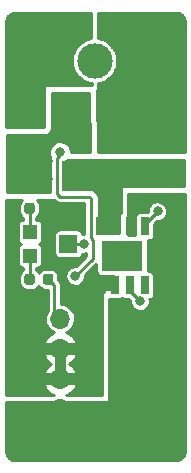
<source format=gbr>
%TF.GenerationSoftware,KiCad,Pcbnew,5.99.0-unknown-ad88874~101~ubuntu20.04.1*%
%TF.CreationDate,2020-05-19T22:39:20-04:00*%
%TF.ProjectId,headlights,68656164-6c69-4676-9874-732e6b696361,rev?*%
%TF.SameCoordinates,Original*%
%TF.FileFunction,Copper,L1,Top*%
%TF.FilePolarity,Positive*%
%FSLAX46Y46*%
G04 Gerber Fmt 4.6, Leading zero omitted, Abs format (unit mm)*
G04 Created by KiCad (PCBNEW 5.99.0-unknown-ad88874~101~ubuntu20.04.1) date 2020-05-19 22:39:20*
%MOMM*%
%LPD*%
G01*
G04 APERTURE LIST*
%TA.AperFunction,ComponentPad*%
%ADD10O,1.700000X1.700000*%
%TD*%
%TA.AperFunction,ComponentPad*%
%ADD11R,1.700000X1.700000*%
%TD*%
%TA.AperFunction,SMDPad,CuDef*%
%ADD12R,3.502000X2.613000*%
%TD*%
%TA.AperFunction,SMDPad,CuDef*%
%ADD13R,0.802000X1.505000*%
%TD*%
%TA.AperFunction,ComponentPad*%
%ADD14C,3.000000*%
%TD*%
%TA.AperFunction,ComponentPad*%
%ADD15R,3.000000X3.000000*%
%TD*%
%TA.AperFunction,SMDPad,CuDef*%
%ADD16R,1.500000X1.600000*%
%TD*%
%TA.AperFunction,SMDPad,CuDef*%
%ADD17R,1.200000X1.200000*%
%TD*%
%TA.AperFunction,SMDPad,CuDef*%
%ADD18R,1.800000X2.500000*%
%TD*%
%TA.AperFunction,ViaPad*%
%ADD19C,0.800000*%
%TD*%
%TA.AperFunction,Conductor*%
%ADD20C,0.250000*%
%TD*%
%TA.AperFunction,Conductor*%
%ADD21C,0.254000*%
%TD*%
G04 APERTURE END LIST*
D10*
%TO.P,J2,5,Pin_5*%
%TO.N,/ON*%
X113000000Y-76840000D03*
%TO.P,J2,4,Pin_4*%
%TO.N,GND*%
X113000000Y-79380000D03*
%TO.P,J2,3,Pin_3*%
X113000000Y-81920000D03*
%TO.P,J2,2,Pin_2*%
%TO.N,+5V*%
X113000000Y-84460000D03*
D11*
%TO.P,J2,1,Pin_1*%
X113000000Y-87000000D03*
%TD*%
D12*
%TO.P,U2,9,THERM*%
%TO.N,Net-(U2-Pad9)*%
X118250000Y-71500000D03*
D13*
%TO.P,U2,7,SW*%
%TO.N,Net-(D1-Pad2)*%
X116345000Y-69002500D03*
X117615000Y-69002500D03*
%TO.P,U2,6,VIN*%
%TO.N,+5V*%
X118885000Y-69002500D03*
%TO.P,U2,5,CTRL*%
%TO.N,Net-(RV1-Pad2)*%
X120155000Y-69002500D03*
%TO.P,U2,4*%
%TO.N,N/C*%
X120155000Y-73997500D03*
%TO.P,U2,3,SET*%
%TO.N,Net-(J1-Pad3)*%
X118885000Y-73997500D03*
%TO.P,U2,1,GND*%
%TO.N,GND*%
X117615000Y-73997500D03*
X116345000Y-73997500D03*
%TD*%
D14*
%TO.P,J1,3,Pin_3*%
%TO.N,Net-(J1-Pad3)*%
X110840000Y-55000000D03*
%TO.P,J1,2,Pin_2*%
%TO.N,Net-(J1-Pad2)*%
X115920000Y-55000000D03*
D15*
%TO.P,J1,1,Pin_1*%
%TO.N,Net-(J1-Pad1)*%
X121000000Y-55000000D03*
%TD*%
D16*
%TO.P,RV1,2,2*%
%TO.N,Net-(RV1-Pad2)*%
X113700000Y-70500000D03*
D17*
%TO.P,RV1,3,3*%
%TO.N,Net-(R2-Pad2)*%
X110450000Y-71500000D03*
%TO.P,RV1,1,1*%
%TO.N,Net-(R3-Pad1)*%
X110450000Y-69500000D03*
%TD*%
%TO.P,R3,2*%
%TO.N,GND*%
%TA.AperFunction,SMDPad,CuDef*%
G36*
G01*
X111550000Y-67756250D02*
X111550000Y-67243750D01*
G75*
G02*
X111768750Y-67025000I218750J0D01*
G01*
X112206250Y-67025000D01*
G75*
G02*
X112425000Y-67243750I0J-218750D01*
G01*
X112425000Y-67756250D01*
G75*
G02*
X112206250Y-67975000I-218750J0D01*
G01*
X111768750Y-67975000D01*
G75*
G02*
X111550000Y-67756250I0J218750D01*
G01*
G37*
%TD.AperFunction*%
%TO.P,R3,1*%
%TO.N,Net-(R3-Pad1)*%
%TA.AperFunction,SMDPad,CuDef*%
G36*
G01*
X109975000Y-67756250D02*
X109975000Y-67243750D01*
G75*
G02*
X110193750Y-67025000I218750J0D01*
G01*
X110631250Y-67025000D01*
G75*
G02*
X110850000Y-67243750I0J-218750D01*
G01*
X110850000Y-67756250D01*
G75*
G02*
X110631250Y-67975000I-218750J0D01*
G01*
X110193750Y-67975000D01*
G75*
G02*
X109975000Y-67756250I0J218750D01*
G01*
G37*
%TD.AperFunction*%
%TD*%
%TO.P,R2,2*%
%TO.N,Net-(R2-Pad2)*%
%TA.AperFunction,SMDPad,CuDef*%
G36*
G01*
X110850000Y-73243750D02*
X110850000Y-73756250D01*
G75*
G02*
X110631250Y-73975000I-218750J0D01*
G01*
X110193750Y-73975000D01*
G75*
G02*
X109975000Y-73756250I0J218750D01*
G01*
X109975000Y-73243750D01*
G75*
G02*
X110193750Y-73025000I218750J0D01*
G01*
X110631250Y-73025000D01*
G75*
G02*
X110850000Y-73243750I0J-218750D01*
G01*
G37*
%TD.AperFunction*%
%TO.P,R2,1*%
%TO.N,/ON*%
%TA.AperFunction,SMDPad,CuDef*%
G36*
G01*
X112425000Y-73243750D02*
X112425000Y-73756250D01*
G75*
G02*
X112206250Y-73975000I-218750J0D01*
G01*
X111768750Y-73975000D01*
G75*
G02*
X111550000Y-73756250I0J218750D01*
G01*
X111550000Y-73243750D01*
G75*
G02*
X111768750Y-73025000I218750J0D01*
G01*
X112206250Y-73025000D01*
G75*
G02*
X112425000Y-73243750I0J-218750D01*
G01*
G37*
%TD.AperFunction*%
%TD*%
%TO.P,R1,2*%
%TO.N,Net-(J1-Pad3)*%
%TA.AperFunction,SMDPad,CuDef*%
G36*
G01*
X110625000Y-60625000D02*
X109375000Y-60625000D01*
G75*
G02*
X109125000Y-60375000I0J250000D01*
G01*
X109125000Y-59625000D01*
G75*
G02*
X109375000Y-59375000I250000J0D01*
G01*
X110625000Y-59375000D01*
G75*
G02*
X110875000Y-59625000I0J-250000D01*
G01*
X110875000Y-60375000D01*
G75*
G02*
X110625000Y-60625000I-250000J0D01*
G01*
G37*
%TD.AperFunction*%
%TO.P,R1,1*%
%TO.N,+5V*%
%TA.AperFunction,SMDPad,CuDef*%
G36*
G01*
X110625000Y-63425000D02*
X109375000Y-63425000D01*
G75*
G02*
X109125000Y-63175000I0J250000D01*
G01*
X109125000Y-62425000D01*
G75*
G02*
X109375000Y-62175000I250000J0D01*
G01*
X110625000Y-62175000D01*
G75*
G02*
X110875000Y-62425000I0J-250000D01*
G01*
X110875000Y-63175000D01*
G75*
G02*
X110625000Y-63425000I-250000J0D01*
G01*
G37*
%TD.AperFunction*%
%TD*%
%TA.AperFunction,SMDPad,CuDef*%
%TO.P,L1,2,2*%
%TO.N,Net-(J1-Pad1)*%
G36*
X122250000Y-61537500D02*
G01*
X121460000Y-61537500D01*
X120040000Y-60325000D01*
X118460000Y-60325000D01*
X117040000Y-61537500D01*
X116250000Y-61537500D01*
X116250000Y-59537500D01*
X122250000Y-59537500D01*
X122250000Y-61537500D01*
G37*
%TD.AperFunction*%
%TA.AperFunction,SMDPad,CuDef*%
%TO.P,L1,1,1*%
%TO.N,Net-(D1-Pad2)*%
G36*
X116250000Y-63537500D02*
G01*
X117040000Y-63537500D01*
X118460001Y-64750000D01*
X120040000Y-64750001D01*
X121460000Y-63537501D01*
X122250000Y-63537501D01*
X122250000Y-65537500D01*
X116250000Y-65537499D01*
X116250000Y-63537500D01*
G37*
%TD.AperFunction*%
%TD*%
D18*
%TO.P,D1,2,A*%
%TO.N,Net-(D1-Pad2)*%
X114000000Y-64750000D03*
%TO.P,D1,1,K*%
%TO.N,+5V*%
X114000000Y-60750000D03*
%TD*%
D19*
%TO.N,Net-(J1-Pad3)*%
X113000000Y-62750000D03*
X119749201Y-75349983D03*
%TO.N,Net-(U2-Pad9)*%
X119500000Y-72250000D03*
X119500000Y-70750000D03*
X117000000Y-70750000D03*
X117000000Y-72250000D03*
%TO.N,+5V*%
X122750000Y-66750000D03*
X120250000Y-66750000D03*
X119250000Y-66750000D03*
%TO.N,Net-(RV1-Pad2)*%
X121250000Y-67750000D03*
%TO.N,+5V*%
X110800000Y-65800000D03*
X109200000Y-65800000D03*
%TO.N,Net-(J1-Pad3)*%
X114274999Y-73225001D03*
%TO.N,+5V*%
X115000000Y-58500000D03*
X113000000Y-58500000D03*
X111200000Y-64200000D03*
X112000000Y-65000000D03*
X112000000Y-63500000D03*
X112000000Y-62000000D03*
%TO.N,Net-(RV1-Pad2)*%
X115000000Y-70500000D03*
%TD*%
D20*
%TO.N,/ON*%
X112500000Y-77250000D02*
X112500000Y-74012500D01*
X112500000Y-74012500D02*
X111987500Y-73500000D01*
%TO.N,Net-(J1-Pad3)*%
X113014998Y-62764998D02*
X113000000Y-62750000D01*
X113014998Y-63000000D02*
X113014998Y-62764998D01*
X118885000Y-74485782D02*
X119749201Y-75349983D01*
X118885000Y-73997500D02*
X118885000Y-74485782D01*
%TO.N,Net-(RV1-Pad2)*%
X120155000Y-69002500D02*
X120155000Y-68845000D01*
X120155000Y-68845000D02*
X121250000Y-67750000D01*
%TO.N,Net-(J1-Pad3)*%
X114274999Y-73225001D02*
X115750000Y-71750000D01*
X115618999Y-66631001D02*
X115487998Y-66500000D01*
X115487998Y-66500000D02*
X113014998Y-66500000D01*
X112774999Y-63239999D02*
X113014998Y-63000000D01*
X115618999Y-70015001D02*
X115618999Y-66631001D01*
X113014998Y-66500000D02*
X112774999Y-66260001D01*
X115750000Y-71750000D02*
X115750000Y-70146002D01*
X115750000Y-70146002D02*
X115618999Y-70015001D01*
X112774999Y-66260001D02*
X112774999Y-63239999D01*
%TO.N,Net-(R3-Pad1)*%
X110450000Y-69500000D02*
X110450000Y-67537500D01*
X110450000Y-67537500D02*
X110412500Y-67500000D01*
%TO.N,Net-(R2-Pad2)*%
X110450000Y-71500000D02*
X110450000Y-73462500D01*
X110450000Y-73462500D02*
X110412500Y-73500000D01*
%TO.N,Net-(RV1-Pad2)*%
X115000000Y-70500000D02*
X113700000Y-70500000D01*
X120155000Y-69002500D02*
X120155000Y-69405000D01*
%TD*%
%TO.N,GND*%
G36*
X109688424Y-66837957D02*
G01*
X109675598Y-66854435D01*
X109583130Y-67025302D01*
X109576350Y-67045052D01*
X109545233Y-67231526D01*
X109544372Y-67241914D01*
X109544372Y-67756783D01*
X109544856Y-67764583D01*
X109562588Y-67906831D01*
X109567436Y-67924437D01*
X109644951Y-68101157D01*
X109656373Y-68118638D01*
X109787957Y-68261576D01*
X109804435Y-68274401D01*
X109897001Y-68324495D01*
X109897000Y-68468123D01*
X109843810Y-68468123D01*
X109831489Y-68469337D01*
X109696193Y-68496249D01*
X109673263Y-68505747D01*
X109553392Y-68585841D01*
X109535841Y-68603392D01*
X109455747Y-68723263D01*
X109446249Y-68746193D01*
X109419337Y-68881489D01*
X109418123Y-68893810D01*
X109418123Y-70106190D01*
X109419337Y-70118511D01*
X109446249Y-70253807D01*
X109455747Y-70276737D01*
X109535841Y-70396608D01*
X109553392Y-70414159D01*
X109673263Y-70494253D01*
X109687137Y-70500000D01*
X109673263Y-70505747D01*
X109553392Y-70585841D01*
X109535841Y-70603392D01*
X109455747Y-70723263D01*
X109446249Y-70746193D01*
X109419337Y-70881489D01*
X109418123Y-70893810D01*
X109418123Y-72106190D01*
X109419337Y-72118511D01*
X109446249Y-72253807D01*
X109455747Y-72276737D01*
X109535841Y-72396608D01*
X109553392Y-72414159D01*
X109673263Y-72494253D01*
X109696193Y-72503751D01*
X109831489Y-72530663D01*
X109843810Y-72531877D01*
X109897000Y-72531877D01*
X109897001Y-72673827D01*
X109848843Y-72694951D01*
X109831362Y-72706373D01*
X109688424Y-72837957D01*
X109675598Y-72854435D01*
X109583130Y-73025302D01*
X109576350Y-73045052D01*
X109545233Y-73231526D01*
X109544372Y-73241914D01*
X109544372Y-73756783D01*
X109544856Y-73764583D01*
X109562588Y-73906831D01*
X109567436Y-73924437D01*
X109644951Y-74101157D01*
X109656373Y-74118638D01*
X109787957Y-74261576D01*
X109804435Y-74274402D01*
X109975302Y-74366870D01*
X109995052Y-74373650D01*
X110181526Y-74404767D01*
X110191914Y-74405628D01*
X110631783Y-74405628D01*
X110639583Y-74405144D01*
X110781831Y-74387412D01*
X110799437Y-74382564D01*
X110976157Y-74305049D01*
X110993638Y-74293627D01*
X111136576Y-74162043D01*
X111149402Y-74145565D01*
X111199127Y-74053681D01*
X111219951Y-74101157D01*
X111231373Y-74118638D01*
X111362957Y-74261576D01*
X111379435Y-74274402D01*
X111550302Y-74366870D01*
X111570052Y-74373650D01*
X111756526Y-74404767D01*
X111766914Y-74405628D01*
X111947001Y-74405628D01*
X111947000Y-76118492D01*
X111869086Y-76238471D01*
X111863707Y-76248695D01*
X111778404Y-76454635D01*
X111774978Y-76465668D01*
X111728631Y-76683706D01*
X111727273Y-76695180D01*
X111721439Y-76918013D01*
X111722195Y-76929541D01*
X111757065Y-77149705D01*
X111759909Y-77160903D01*
X111834317Y-77371026D01*
X111839154Y-77381518D01*
X111950608Y-77574563D01*
X111957276Y-77583998D01*
X112102045Y-77753499D01*
X112110320Y-77761561D01*
X112283552Y-77901842D01*
X112293158Y-77908261D01*
X112453175Y-77995142D01*
X112448142Y-77997130D01*
X112232155Y-78104346D01*
X112223032Y-78109882D01*
X112028199Y-78251957D01*
X112020138Y-78258952D01*
X111852029Y-78431822D01*
X111845263Y-78440074D01*
X111708683Y-78638798D01*
X111703403Y-78648073D01*
X111591724Y-78889770D01*
X111666056Y-79006000D01*
X112500001Y-79006000D01*
X114328871Y-79006001D01*
X114404192Y-78899622D01*
X114359723Y-78773343D01*
X114355339Y-78763612D01*
X114238067Y-78552916D01*
X114232107Y-78544064D01*
X114081013Y-78356140D01*
X114073647Y-78348417D01*
X113893049Y-78188638D01*
X113884486Y-78182267D01*
X113679549Y-78055202D01*
X113670036Y-78050365D01*
X113538658Y-77997018D01*
X113620847Y-77960425D01*
X113630927Y-77954780D01*
X113814633Y-77828523D01*
X113823516Y-77821135D01*
X113981135Y-77663516D01*
X113988523Y-77654633D01*
X114114780Y-77470927D01*
X114120425Y-77460847D01*
X114211090Y-77257211D01*
X114214804Y-77246270D01*
X114267034Y-77028716D01*
X114268758Y-77015622D01*
X114276211Y-76731019D01*
X114275175Y-76717853D01*
X114234402Y-76497865D01*
X114231266Y-76486745D01*
X114151383Y-76278642D01*
X114146273Y-76268280D01*
X114029803Y-76078219D01*
X114022891Y-76068961D01*
X113873736Y-75903309D01*
X113865252Y-75895466D01*
X113688406Y-75759768D01*
X113678635Y-75753603D01*
X113480022Y-75652405D01*
X113469291Y-75648123D01*
X113255562Y-75584814D01*
X113244231Y-75582560D01*
X113053000Y-75562460D01*
X113053000Y-74036621D01*
X113058417Y-73974710D01*
X113056496Y-73952747D01*
X113040409Y-73892708D01*
X113029610Y-73831469D01*
X113022070Y-73810752D01*
X113015312Y-73799046D01*
X113011815Y-73785996D01*
X113002498Y-73766016D01*
X112966840Y-73715091D01*
X112935754Y-73661249D01*
X112921582Y-73644360D01*
X112873962Y-73604403D01*
X112855628Y-73586069D01*
X112855628Y-73243217D01*
X112855144Y-73235417D01*
X112837412Y-73093169D01*
X112832564Y-73075563D01*
X112755049Y-72898843D01*
X112743627Y-72881362D01*
X112612043Y-72738424D01*
X112595565Y-72725598D01*
X112424698Y-72633130D01*
X112404948Y-72626350D01*
X112218474Y-72595233D01*
X112208086Y-72594372D01*
X111768217Y-72594372D01*
X111760417Y-72594856D01*
X111618169Y-72612588D01*
X111600563Y-72617436D01*
X111423843Y-72694951D01*
X111406362Y-72706373D01*
X111263424Y-72837957D01*
X111250598Y-72854435D01*
X111200873Y-72946319D01*
X111180049Y-72898843D01*
X111168627Y-72881362D01*
X111037043Y-72738424D01*
X111020564Y-72725598D01*
X111003000Y-72716093D01*
X111003000Y-72531877D01*
X111056190Y-72531877D01*
X111068511Y-72530663D01*
X111203807Y-72503751D01*
X111226737Y-72494253D01*
X111346608Y-72414159D01*
X111364159Y-72396608D01*
X111444253Y-72276737D01*
X111453751Y-72253807D01*
X111480663Y-72118511D01*
X111481877Y-72106190D01*
X111481877Y-70893810D01*
X111480663Y-70881489D01*
X111453751Y-70746193D01*
X111444253Y-70723263D01*
X111364159Y-70603392D01*
X111346608Y-70585841D01*
X111226737Y-70505747D01*
X111212863Y-70500000D01*
X111226737Y-70494253D01*
X111346608Y-70414159D01*
X111364159Y-70396608D01*
X111444253Y-70276737D01*
X111453751Y-70253807D01*
X111480663Y-70118511D01*
X111481877Y-70106190D01*
X111481877Y-68893810D01*
X111480663Y-68881489D01*
X111453751Y-68746193D01*
X111444253Y-68723263D01*
X111364159Y-68603392D01*
X111346608Y-68585841D01*
X111226737Y-68505747D01*
X111203807Y-68496249D01*
X111068511Y-68469337D01*
X111056190Y-68468123D01*
X111003000Y-68468123D01*
X111003000Y-68285009D01*
X111136576Y-68162043D01*
X111149402Y-68145565D01*
X111241870Y-67974698D01*
X111248650Y-67954948D01*
X111279767Y-67768474D01*
X111280628Y-67758086D01*
X111280628Y-67243217D01*
X111280144Y-67235417D01*
X111262412Y-67093169D01*
X111257564Y-67075563D01*
X111180049Y-66898843D01*
X111168627Y-66881362D01*
X111071634Y-66776000D01*
X112508939Y-66776000D01*
X112606897Y-66873958D01*
X112646858Y-66921583D01*
X112663747Y-66935754D01*
X112717584Y-66966837D01*
X112768514Y-67002499D01*
X112788497Y-67011817D01*
X112801548Y-67015314D01*
X112813250Y-67022070D01*
X112833968Y-67029611D01*
X112895200Y-67040407D01*
X112955245Y-67056496D01*
X112977207Y-67058417D01*
X113039137Y-67053000D01*
X115066000Y-67053000D01*
X115065999Y-69674594D01*
X114950356Y-69665493D01*
X114931565Y-69666824D01*
X114880037Y-69678342D01*
X114853751Y-69546193D01*
X114844253Y-69523263D01*
X114764159Y-69403392D01*
X114746608Y-69385841D01*
X114626737Y-69305747D01*
X114603807Y-69296249D01*
X114468511Y-69269337D01*
X114456190Y-69268123D01*
X112943810Y-69268123D01*
X112931489Y-69269337D01*
X112796193Y-69296249D01*
X112773263Y-69305747D01*
X112653392Y-69385841D01*
X112635841Y-69403392D01*
X112555747Y-69523263D01*
X112546249Y-69546193D01*
X112519337Y-69681489D01*
X112518123Y-69693810D01*
X112518123Y-71306190D01*
X112519337Y-71318511D01*
X112546249Y-71453807D01*
X112555747Y-71476737D01*
X112635841Y-71596608D01*
X112653392Y-71614159D01*
X112773263Y-71694253D01*
X112796193Y-71703751D01*
X112931489Y-71730663D01*
X112943810Y-71731877D01*
X114456190Y-71731877D01*
X114468511Y-71730663D01*
X114603807Y-71703751D01*
X114626737Y-71694253D01*
X114746608Y-71614159D01*
X114764159Y-71596608D01*
X114844253Y-71476737D01*
X114853751Y-71453807D01*
X114879826Y-71322717D01*
X114918487Y-71331998D01*
X114937254Y-71333624D01*
X115166732Y-71319187D01*
X115185147Y-71315222D01*
X115197000Y-71310743D01*
X115197000Y-71520940D01*
X114319998Y-72397943D01*
X114225355Y-72390494D01*
X114206565Y-72391825D01*
X113982171Y-72441983D01*
X113964603Y-72448780D01*
X113764877Y-72562701D01*
X113750084Y-72574363D01*
X113592685Y-72741975D01*
X113581975Y-72757471D01*
X113480819Y-72963956D01*
X113475139Y-72981917D01*
X113439170Y-73209017D01*
X113439022Y-73227854D01*
X113471419Y-73455491D01*
X113476817Y-73473539D01*
X113574717Y-73681587D01*
X113585182Y-73697249D01*
X113739928Y-73867314D01*
X113754537Y-73879207D01*
X113952449Y-73996251D01*
X113969908Y-74003323D01*
X114193486Y-74056999D01*
X114212253Y-74058625D01*
X114441731Y-74044188D01*
X114460146Y-74040223D01*
X114675234Y-73958948D01*
X114691669Y-73949743D01*
X114873350Y-73808817D01*
X114886353Y-73795187D01*
X115018565Y-73607069D01*
X115026984Y-73590218D01*
X115098115Y-73371304D01*
X115101214Y-73352219D01*
X115102571Y-73179488D01*
X116067123Y-72214936D01*
X116067123Y-72812690D01*
X116068337Y-72825011D01*
X116095249Y-72960307D01*
X116104747Y-72983237D01*
X116184841Y-73103108D01*
X116202392Y-73120659D01*
X116322263Y-73200753D01*
X116345193Y-73210251D01*
X116480489Y-73237163D01*
X116492810Y-73238377D01*
X117574000Y-73238377D01*
X117574000Y-74324000D01*
X116992715Y-74324000D01*
X116978243Y-74325679D01*
X116824634Y-74361807D01*
X116800836Y-74372979D01*
X116693048Y-74454377D01*
X116677316Y-74471634D01*
X116606984Y-74585225D01*
X116598549Y-74606999D01*
X116575075Y-74732574D01*
X116574000Y-74744175D01*
X116574000Y-83324000D01*
X113581284Y-83324000D01*
X113539282Y-83302599D01*
X113644387Y-83262253D01*
X113653991Y-83257600D01*
X113861330Y-83134491D01*
X113870012Y-83128286D01*
X114053645Y-82972004D01*
X114061158Y-82964424D01*
X114215833Y-82779435D01*
X114221962Y-82770698D01*
X114343256Y-82562294D01*
X114347825Y-82552649D01*
X114404016Y-82402361D01*
X114328843Y-82294000D01*
X113499999Y-82294000D01*
X111668174Y-82293999D01*
X111593587Y-82408197D01*
X111689591Y-82626900D01*
X111694692Y-82636275D01*
X111827430Y-82837584D01*
X111834038Y-82845965D01*
X111998798Y-83022032D01*
X112006722Y-83029180D01*
X112198792Y-83174968D01*
X112207808Y-83180679D01*
X112421696Y-83292021D01*
X112431545Y-83296131D01*
X112458111Y-83304660D01*
X112417565Y-83324000D01*
X108426000Y-83324000D01*
X108426000Y-81429770D01*
X111591724Y-81429770D01*
X111666056Y-81546000D01*
X112552192Y-81546000D01*
X112626001Y-81472191D01*
X112626001Y-80725809D01*
X112626000Y-80725808D01*
X112626000Y-79827809D01*
X113373999Y-79827809D01*
X113373999Y-80574191D01*
X113374000Y-80574192D01*
X113374000Y-81472192D01*
X113447809Y-81546001D01*
X114328871Y-81546001D01*
X114404192Y-81439622D01*
X114359723Y-81313343D01*
X114355339Y-81303612D01*
X114238067Y-81092916D01*
X114232107Y-81084064D01*
X114081013Y-80896140D01*
X114073647Y-80888417D01*
X113893049Y-80728638D01*
X113884486Y-80722267D01*
X113767887Y-80649973D01*
X113861330Y-80594491D01*
X113870012Y-80588286D01*
X114053645Y-80432004D01*
X114061158Y-80424424D01*
X114215833Y-80239435D01*
X114221962Y-80230698D01*
X114343256Y-80022294D01*
X114347825Y-80012649D01*
X114404016Y-79862361D01*
X114328843Y-79754000D01*
X113447808Y-79754000D01*
X113373999Y-79827809D01*
X112626000Y-79827809D01*
X112626000Y-79827808D01*
X112552191Y-79753999D01*
X111668174Y-79753999D01*
X111593587Y-79868197D01*
X111689591Y-80086900D01*
X111694692Y-80096275D01*
X111827430Y-80297584D01*
X111834038Y-80305965D01*
X111998798Y-80482032D01*
X112006722Y-80489180D01*
X112198792Y-80634968D01*
X112207808Y-80640679D01*
X112224166Y-80649194D01*
X112223032Y-80649882D01*
X112028199Y-80791957D01*
X112020138Y-80798952D01*
X111852029Y-80971822D01*
X111845263Y-80980074D01*
X111708683Y-81178798D01*
X111703403Y-81188073D01*
X111591724Y-81429770D01*
X108426000Y-81429770D01*
X108426000Y-66776000D01*
X109755727Y-66776000D01*
X109688424Y-66837957D01*
G37*
D21*
X109688424Y-66837957D02*
X109675598Y-66854435D01*
X109583130Y-67025302D01*
X109576350Y-67045052D01*
X109545233Y-67231526D01*
X109544372Y-67241914D01*
X109544372Y-67756783D01*
X109544856Y-67764583D01*
X109562588Y-67906831D01*
X109567436Y-67924437D01*
X109644951Y-68101157D01*
X109656373Y-68118638D01*
X109787957Y-68261576D01*
X109804435Y-68274401D01*
X109897001Y-68324495D01*
X109897000Y-68468123D01*
X109843810Y-68468123D01*
X109831489Y-68469337D01*
X109696193Y-68496249D01*
X109673263Y-68505747D01*
X109553392Y-68585841D01*
X109535841Y-68603392D01*
X109455747Y-68723263D01*
X109446249Y-68746193D01*
X109419337Y-68881489D01*
X109418123Y-68893810D01*
X109418123Y-70106190D01*
X109419337Y-70118511D01*
X109446249Y-70253807D01*
X109455747Y-70276737D01*
X109535841Y-70396608D01*
X109553392Y-70414159D01*
X109673263Y-70494253D01*
X109687137Y-70500000D01*
X109673263Y-70505747D01*
X109553392Y-70585841D01*
X109535841Y-70603392D01*
X109455747Y-70723263D01*
X109446249Y-70746193D01*
X109419337Y-70881489D01*
X109418123Y-70893810D01*
X109418123Y-72106190D01*
X109419337Y-72118511D01*
X109446249Y-72253807D01*
X109455747Y-72276737D01*
X109535841Y-72396608D01*
X109553392Y-72414159D01*
X109673263Y-72494253D01*
X109696193Y-72503751D01*
X109831489Y-72530663D01*
X109843810Y-72531877D01*
X109897000Y-72531877D01*
X109897001Y-72673827D01*
X109848843Y-72694951D01*
X109831362Y-72706373D01*
X109688424Y-72837957D01*
X109675598Y-72854435D01*
X109583130Y-73025302D01*
X109576350Y-73045052D01*
X109545233Y-73231526D01*
X109544372Y-73241914D01*
X109544372Y-73756783D01*
X109544856Y-73764583D01*
X109562588Y-73906831D01*
X109567436Y-73924437D01*
X109644951Y-74101157D01*
X109656373Y-74118638D01*
X109787957Y-74261576D01*
X109804435Y-74274402D01*
X109975302Y-74366870D01*
X109995052Y-74373650D01*
X110181526Y-74404767D01*
X110191914Y-74405628D01*
X110631783Y-74405628D01*
X110639583Y-74405144D01*
X110781831Y-74387412D01*
X110799437Y-74382564D01*
X110976157Y-74305049D01*
X110993638Y-74293627D01*
X111136576Y-74162043D01*
X111149402Y-74145565D01*
X111199127Y-74053681D01*
X111219951Y-74101157D01*
X111231373Y-74118638D01*
X111362957Y-74261576D01*
X111379435Y-74274402D01*
X111550302Y-74366870D01*
X111570052Y-74373650D01*
X111756526Y-74404767D01*
X111766914Y-74405628D01*
X111947001Y-74405628D01*
X111947000Y-76118492D01*
X111869086Y-76238471D01*
X111863707Y-76248695D01*
X111778404Y-76454635D01*
X111774978Y-76465668D01*
X111728631Y-76683706D01*
X111727273Y-76695180D01*
X111721439Y-76918013D01*
X111722195Y-76929541D01*
X111757065Y-77149705D01*
X111759909Y-77160903D01*
X111834317Y-77371026D01*
X111839154Y-77381518D01*
X111950608Y-77574563D01*
X111957276Y-77583998D01*
X112102045Y-77753499D01*
X112110320Y-77761561D01*
X112283552Y-77901842D01*
X112293158Y-77908261D01*
X112453175Y-77995142D01*
X112448142Y-77997130D01*
X112232155Y-78104346D01*
X112223032Y-78109882D01*
X112028199Y-78251957D01*
X112020138Y-78258952D01*
X111852029Y-78431822D01*
X111845263Y-78440074D01*
X111708683Y-78638798D01*
X111703403Y-78648073D01*
X111591724Y-78889770D01*
X111666056Y-79006000D01*
X112500001Y-79006000D01*
X114328871Y-79006001D01*
X114404192Y-78899622D01*
X114359723Y-78773343D01*
X114355339Y-78763612D01*
X114238067Y-78552916D01*
X114232107Y-78544064D01*
X114081013Y-78356140D01*
X114073647Y-78348417D01*
X113893049Y-78188638D01*
X113884486Y-78182267D01*
X113679549Y-78055202D01*
X113670036Y-78050365D01*
X113538658Y-77997018D01*
X113620847Y-77960425D01*
X113630927Y-77954780D01*
X113814633Y-77828523D01*
X113823516Y-77821135D01*
X113981135Y-77663516D01*
X113988523Y-77654633D01*
X114114780Y-77470927D01*
X114120425Y-77460847D01*
X114211090Y-77257211D01*
X114214804Y-77246270D01*
X114267034Y-77028716D01*
X114268758Y-77015622D01*
X114276211Y-76731019D01*
X114275175Y-76717853D01*
X114234402Y-76497865D01*
X114231266Y-76486745D01*
X114151383Y-76278642D01*
X114146273Y-76268280D01*
X114029803Y-76078219D01*
X114022891Y-76068961D01*
X113873736Y-75903309D01*
X113865252Y-75895466D01*
X113688406Y-75759768D01*
X113678635Y-75753603D01*
X113480022Y-75652405D01*
X113469291Y-75648123D01*
X113255562Y-75584814D01*
X113244231Y-75582560D01*
X113053000Y-75562460D01*
X113053000Y-74036621D01*
X113058417Y-73974710D01*
X113056496Y-73952747D01*
X113040409Y-73892708D01*
X113029610Y-73831469D01*
X113022070Y-73810752D01*
X113015312Y-73799046D01*
X113011815Y-73785996D01*
X113002498Y-73766016D01*
X112966840Y-73715091D01*
X112935754Y-73661249D01*
X112921582Y-73644360D01*
X112873962Y-73604403D01*
X112855628Y-73586069D01*
X112855628Y-73243217D01*
X112855144Y-73235417D01*
X112837412Y-73093169D01*
X112832564Y-73075563D01*
X112755049Y-72898843D01*
X112743627Y-72881362D01*
X112612043Y-72738424D01*
X112595565Y-72725598D01*
X112424698Y-72633130D01*
X112404948Y-72626350D01*
X112218474Y-72595233D01*
X112208086Y-72594372D01*
X111768217Y-72594372D01*
X111760417Y-72594856D01*
X111618169Y-72612588D01*
X111600563Y-72617436D01*
X111423843Y-72694951D01*
X111406362Y-72706373D01*
X111263424Y-72837957D01*
X111250598Y-72854435D01*
X111200873Y-72946319D01*
X111180049Y-72898843D01*
X111168627Y-72881362D01*
X111037043Y-72738424D01*
X111020564Y-72725598D01*
X111003000Y-72716093D01*
X111003000Y-72531877D01*
X111056190Y-72531877D01*
X111068511Y-72530663D01*
X111203807Y-72503751D01*
X111226737Y-72494253D01*
X111346608Y-72414159D01*
X111364159Y-72396608D01*
X111444253Y-72276737D01*
X111453751Y-72253807D01*
X111480663Y-72118511D01*
X111481877Y-72106190D01*
X111481877Y-70893810D01*
X111480663Y-70881489D01*
X111453751Y-70746193D01*
X111444253Y-70723263D01*
X111364159Y-70603392D01*
X111346608Y-70585841D01*
X111226737Y-70505747D01*
X111212863Y-70500000D01*
X111226737Y-70494253D01*
X111346608Y-70414159D01*
X111364159Y-70396608D01*
X111444253Y-70276737D01*
X111453751Y-70253807D01*
X111480663Y-70118511D01*
X111481877Y-70106190D01*
X111481877Y-68893810D01*
X111480663Y-68881489D01*
X111453751Y-68746193D01*
X111444253Y-68723263D01*
X111364159Y-68603392D01*
X111346608Y-68585841D01*
X111226737Y-68505747D01*
X111203807Y-68496249D01*
X111068511Y-68469337D01*
X111056190Y-68468123D01*
X111003000Y-68468123D01*
X111003000Y-68285009D01*
X111136576Y-68162043D01*
X111149402Y-68145565D01*
X111241870Y-67974698D01*
X111248650Y-67954948D01*
X111279767Y-67768474D01*
X111280628Y-67758086D01*
X111280628Y-67243217D01*
X111280144Y-67235417D01*
X111262412Y-67093169D01*
X111257564Y-67075563D01*
X111180049Y-66898843D01*
X111168627Y-66881362D01*
X111071634Y-66776000D01*
X112508939Y-66776000D01*
X112606897Y-66873958D01*
X112646858Y-66921583D01*
X112663747Y-66935754D01*
X112717584Y-66966837D01*
X112768514Y-67002499D01*
X112788497Y-67011817D01*
X112801548Y-67015314D01*
X112813250Y-67022070D01*
X112833968Y-67029611D01*
X112895200Y-67040407D01*
X112955245Y-67056496D01*
X112977207Y-67058417D01*
X113039137Y-67053000D01*
X115066000Y-67053000D01*
X115065999Y-69674594D01*
X114950356Y-69665493D01*
X114931565Y-69666824D01*
X114880037Y-69678342D01*
X114853751Y-69546193D01*
X114844253Y-69523263D01*
X114764159Y-69403392D01*
X114746608Y-69385841D01*
X114626737Y-69305747D01*
X114603807Y-69296249D01*
X114468511Y-69269337D01*
X114456190Y-69268123D01*
X112943810Y-69268123D01*
X112931489Y-69269337D01*
X112796193Y-69296249D01*
X112773263Y-69305747D01*
X112653392Y-69385841D01*
X112635841Y-69403392D01*
X112555747Y-69523263D01*
X112546249Y-69546193D01*
X112519337Y-69681489D01*
X112518123Y-69693810D01*
X112518123Y-71306190D01*
X112519337Y-71318511D01*
X112546249Y-71453807D01*
X112555747Y-71476737D01*
X112635841Y-71596608D01*
X112653392Y-71614159D01*
X112773263Y-71694253D01*
X112796193Y-71703751D01*
X112931489Y-71730663D01*
X112943810Y-71731877D01*
X114456190Y-71731877D01*
X114468511Y-71730663D01*
X114603807Y-71703751D01*
X114626737Y-71694253D01*
X114746608Y-71614159D01*
X114764159Y-71596608D01*
X114844253Y-71476737D01*
X114853751Y-71453807D01*
X114879826Y-71322717D01*
X114918487Y-71331998D01*
X114937254Y-71333624D01*
X115166732Y-71319187D01*
X115185147Y-71315222D01*
X115197000Y-71310743D01*
X115197000Y-71520940D01*
X114319998Y-72397943D01*
X114225355Y-72390494D01*
X114206565Y-72391825D01*
X113982171Y-72441983D01*
X113964603Y-72448780D01*
X113764877Y-72562701D01*
X113750084Y-72574363D01*
X113592685Y-72741975D01*
X113581975Y-72757471D01*
X113480819Y-72963956D01*
X113475139Y-72981917D01*
X113439170Y-73209017D01*
X113439022Y-73227854D01*
X113471419Y-73455491D01*
X113476817Y-73473539D01*
X113574717Y-73681587D01*
X113585182Y-73697249D01*
X113739928Y-73867314D01*
X113754537Y-73879207D01*
X113952449Y-73996251D01*
X113969908Y-74003323D01*
X114193486Y-74056999D01*
X114212253Y-74058625D01*
X114441731Y-74044188D01*
X114460146Y-74040223D01*
X114675234Y-73958948D01*
X114691669Y-73949743D01*
X114873350Y-73808817D01*
X114886353Y-73795187D01*
X115018565Y-73607069D01*
X115026984Y-73590218D01*
X115098115Y-73371304D01*
X115101214Y-73352219D01*
X115102571Y-73179488D01*
X116067123Y-72214936D01*
X116067123Y-72812690D01*
X116068337Y-72825011D01*
X116095249Y-72960307D01*
X116104747Y-72983237D01*
X116184841Y-73103108D01*
X116202392Y-73120659D01*
X116322263Y-73200753D01*
X116345193Y-73210251D01*
X116480489Y-73237163D01*
X116492810Y-73238377D01*
X117574000Y-73238377D01*
X117574000Y-74324000D01*
X116992715Y-74324000D01*
X116978243Y-74325679D01*
X116824634Y-74361807D01*
X116800836Y-74372979D01*
X116693048Y-74454377D01*
X116677316Y-74471634D01*
X116606984Y-74585225D01*
X116598549Y-74606999D01*
X116575075Y-74732574D01*
X116574000Y-74744175D01*
X116574000Y-83324000D01*
X113581284Y-83324000D01*
X113539282Y-83302599D01*
X113644387Y-83262253D01*
X113653991Y-83257600D01*
X113861330Y-83134491D01*
X113870012Y-83128286D01*
X114053645Y-82972004D01*
X114061158Y-82964424D01*
X114215833Y-82779435D01*
X114221962Y-82770698D01*
X114343256Y-82562294D01*
X114347825Y-82552649D01*
X114404016Y-82402361D01*
X114328843Y-82294000D01*
X113499999Y-82294000D01*
X111668174Y-82293999D01*
X111593587Y-82408197D01*
X111689591Y-82626900D01*
X111694692Y-82636275D01*
X111827430Y-82837584D01*
X111834038Y-82845965D01*
X111998798Y-83022032D01*
X112006722Y-83029180D01*
X112198792Y-83174968D01*
X112207808Y-83180679D01*
X112421696Y-83292021D01*
X112431545Y-83296131D01*
X112458111Y-83304660D01*
X112417565Y-83324000D01*
X108426000Y-83324000D01*
X108426000Y-81429770D01*
X111591724Y-81429770D01*
X111666056Y-81546000D01*
X112552192Y-81546000D01*
X112626001Y-81472191D01*
X112626001Y-80725809D01*
X112626000Y-80725808D01*
X112626000Y-79827809D01*
X113373999Y-79827809D01*
X113373999Y-80574191D01*
X113374000Y-80574192D01*
X113374000Y-81472192D01*
X113447809Y-81546001D01*
X114328871Y-81546001D01*
X114404192Y-81439622D01*
X114359723Y-81313343D01*
X114355339Y-81303612D01*
X114238067Y-81092916D01*
X114232107Y-81084064D01*
X114081013Y-80896140D01*
X114073647Y-80888417D01*
X113893049Y-80728638D01*
X113884486Y-80722267D01*
X113767887Y-80649973D01*
X113861330Y-80594491D01*
X113870012Y-80588286D01*
X114053645Y-80432004D01*
X114061158Y-80424424D01*
X114215833Y-80239435D01*
X114221962Y-80230698D01*
X114343256Y-80022294D01*
X114347825Y-80012649D01*
X114404016Y-79862361D01*
X114328843Y-79754000D01*
X113447808Y-79754000D01*
X113373999Y-79827809D01*
X112626000Y-79827809D01*
X112626000Y-79827808D01*
X112552191Y-79753999D01*
X111668174Y-79753999D01*
X111593587Y-79868197D01*
X111689591Y-80086900D01*
X111694692Y-80096275D01*
X111827430Y-80297584D01*
X111834038Y-80305965D01*
X111998798Y-80482032D01*
X112006722Y-80489180D01*
X112198792Y-80634968D01*
X112207808Y-80640679D01*
X112224166Y-80649194D01*
X112223032Y-80649882D01*
X112028199Y-80791957D01*
X112020138Y-80798952D01*
X111852029Y-80971822D01*
X111845263Y-80980074D01*
X111708683Y-81178798D01*
X111703403Y-81188073D01*
X111591724Y-81429770D01*
X108426000Y-81429770D01*
X108426000Y-66776000D01*
X109755727Y-66776000D01*
X109688424Y-66837957D01*
%TO.N,Net-(J1-Pad1)*%
G36*
X122702502Y-50928370D02*
G01*
X122708603Y-50929216D01*
X122894691Y-50945823D01*
X123034816Y-50984158D01*
X123165937Y-51046699D01*
X123283896Y-51131462D01*
X123385001Y-51235794D01*
X123466020Y-51356364D01*
X123524410Y-51489377D01*
X123559119Y-51633956D01*
X123570387Y-51787370D01*
X123572297Y-51798820D01*
X123574000Y-51805288D01*
X123574000Y-62724000D01*
X116214935Y-62724000D01*
X116125840Y-57586204D01*
X116124985Y-57576889D01*
X116110714Y-57491582D01*
X116124752Y-57475951D01*
X116194235Y-57361839D01*
X116202507Y-57340002D01*
X116225044Y-57214254D01*
X116226032Y-57202646D01*
X116223792Y-56902580D01*
X116407127Y-56868601D01*
X116416169Y-56866220D01*
X116677973Y-56776074D01*
X116686564Y-56772383D01*
X116932168Y-56644531D01*
X116940120Y-56639610D01*
X117164128Y-56476858D01*
X117171264Y-56470816D01*
X117368755Y-56276743D01*
X117374920Y-56269713D01*
X117541557Y-56048579D01*
X117546615Y-56040715D01*
X117678735Y-55797380D01*
X117682575Y-55788855D01*
X117777277Y-55528664D01*
X117779815Y-55519665D01*
X117835183Y-55247525D01*
X117836429Y-55236592D01*
X117846184Y-54864030D01*
X117845512Y-54853048D01*
X117804464Y-54578383D01*
X117802400Y-54569263D01*
X117721445Y-54304472D01*
X117718057Y-54295757D01*
X117598853Y-54045842D01*
X117594213Y-54037724D01*
X117439378Y-53808172D01*
X117433590Y-53800829D01*
X117246526Y-53596685D01*
X117239716Y-53590278D01*
X117024532Y-53416026D01*
X117016849Y-53410697D01*
X116778273Y-53270165D01*
X116769887Y-53266029D01*
X116513160Y-53162304D01*
X116504254Y-53159454D01*
X116235016Y-53094815D01*
X116225787Y-53093312D01*
X116195345Y-53090649D01*
X116179191Y-50926000D01*
X122689960Y-50926000D01*
X122702502Y-50928370D01*
G37*
X122702502Y-50928370D02*
X122708603Y-50929216D01*
X122894691Y-50945823D01*
X123034816Y-50984158D01*
X123165937Y-51046699D01*
X123283896Y-51131462D01*
X123385001Y-51235794D01*
X123466020Y-51356364D01*
X123524410Y-51489377D01*
X123559119Y-51633956D01*
X123570387Y-51787370D01*
X123572297Y-51798820D01*
X123574000Y-51805288D01*
X123574000Y-62724000D01*
X116214935Y-62724000D01*
X116125840Y-57586204D01*
X116124985Y-57576889D01*
X116110714Y-57491582D01*
X116124752Y-57475951D01*
X116194235Y-57361839D01*
X116202507Y-57340002D01*
X116225044Y-57214254D01*
X116226032Y-57202646D01*
X116223792Y-56902580D01*
X116407127Y-56868601D01*
X116416169Y-56866220D01*
X116677973Y-56776074D01*
X116686564Y-56772383D01*
X116932168Y-56644531D01*
X116940120Y-56639610D01*
X117164128Y-56476858D01*
X117171264Y-56470816D01*
X117368755Y-56276743D01*
X117374920Y-56269713D01*
X117541557Y-56048579D01*
X117546615Y-56040715D01*
X117678735Y-55797380D01*
X117682575Y-55788855D01*
X117777277Y-55528664D01*
X117779815Y-55519665D01*
X117835183Y-55247525D01*
X117836429Y-55236592D01*
X117846184Y-54864030D01*
X117845512Y-54853048D01*
X117804464Y-54578383D01*
X117802400Y-54569263D01*
X117721445Y-54304472D01*
X117718057Y-54295757D01*
X117598853Y-54045842D01*
X117594213Y-54037724D01*
X117439378Y-53808172D01*
X117433590Y-53800829D01*
X117246526Y-53596685D01*
X117239716Y-53590278D01*
X117024532Y-53416026D01*
X117016849Y-53410697D01*
X116778273Y-53270165D01*
X116769887Y-53266029D01*
X116513160Y-53162304D01*
X116504254Y-53159454D01*
X116235016Y-53094815D01*
X116225787Y-53093312D01*
X116195345Y-53090649D01*
X116179191Y-50926000D01*
X122689960Y-50926000D01*
X122702502Y-50928370D01*
%TO.N,+5V*%
G36*
X123574001Y-87939955D02*
G01*
X123571630Y-87952502D01*
X123570784Y-87958602D01*
X123554176Y-88144693D01*
X123515843Y-88284814D01*
X123453302Y-88415935D01*
X123368534Y-88533901D01*
X123264209Y-88634999D01*
X123143636Y-88716020D01*
X123010623Y-88774410D01*
X122866043Y-88809119D01*
X122712630Y-88820387D01*
X122701180Y-88822297D01*
X122694712Y-88824000D01*
X109310040Y-88824000D01*
X109297497Y-88821630D01*
X109291398Y-88820784D01*
X109105307Y-88804176D01*
X108965186Y-88765843D01*
X108834065Y-88703302D01*
X108716099Y-88618534D01*
X108615001Y-88514209D01*
X108533980Y-88393636D01*
X108475590Y-88260623D01*
X108440881Y-88116043D01*
X108429613Y-87962630D01*
X108427703Y-87951180D01*
X108426000Y-87944712D01*
X108426000Y-83876000D01*
X117052191Y-83876000D01*
X117126000Y-83802191D01*
X117126000Y-75166841D01*
X117195489Y-75180663D01*
X117207810Y-75181877D01*
X118022190Y-75181877D01*
X118034511Y-75180663D01*
X118169807Y-75153751D01*
X118192737Y-75144253D01*
X118250000Y-75105992D01*
X118307263Y-75144253D01*
X118330193Y-75153751D01*
X118465489Y-75180663D01*
X118477810Y-75181877D01*
X118799036Y-75181877D01*
X118918538Y-75301379D01*
X118913372Y-75333999D01*
X118913224Y-75352836D01*
X118945621Y-75580473D01*
X118951019Y-75598521D01*
X119048919Y-75806569D01*
X119059384Y-75822231D01*
X119214130Y-75992296D01*
X119228739Y-76004189D01*
X119426651Y-76121233D01*
X119444110Y-76128305D01*
X119667688Y-76181981D01*
X119686455Y-76183607D01*
X119915933Y-76169170D01*
X119934348Y-76165205D01*
X120149436Y-76083930D01*
X120165871Y-76074725D01*
X120347552Y-75933799D01*
X120360555Y-75920169D01*
X120492767Y-75732051D01*
X120501186Y-75715200D01*
X120572317Y-75496286D01*
X120575416Y-75477201D01*
X120577312Y-75235758D01*
X120574513Y-75216627D01*
X120563774Y-75181721D01*
X120574511Y-75180663D01*
X120709807Y-75153751D01*
X120732737Y-75144253D01*
X120852608Y-75064159D01*
X120870159Y-75046608D01*
X120950253Y-74926737D01*
X120959751Y-74903807D01*
X120986663Y-74768511D01*
X120987877Y-74756190D01*
X120987877Y-73238810D01*
X120986663Y-73226489D01*
X120959751Y-73091193D01*
X120950253Y-73068263D01*
X120870159Y-72948392D01*
X120852608Y-72930841D01*
X120732737Y-72850747D01*
X120709807Y-72841249D01*
X120574511Y-72814337D01*
X120562190Y-72813123D01*
X120432834Y-72813123D01*
X120432877Y-72812690D01*
X120432877Y-70187310D01*
X120432834Y-70186877D01*
X120562190Y-70186877D01*
X120574511Y-70185663D01*
X120709807Y-70158751D01*
X120732737Y-70149253D01*
X120852608Y-70069159D01*
X120870159Y-70051608D01*
X120950253Y-69931737D01*
X120959751Y-69908807D01*
X120986663Y-69773511D01*
X120987877Y-69761190D01*
X120987877Y-68794182D01*
X121199186Y-68582873D01*
X121416732Y-68569187D01*
X121435147Y-68565222D01*
X121650235Y-68483947D01*
X121666670Y-68474742D01*
X121848351Y-68333816D01*
X121861354Y-68320186D01*
X121993566Y-68132068D01*
X122001985Y-68115217D01*
X122073116Y-67896303D01*
X122076215Y-67877218D01*
X122078111Y-67635775D01*
X122075312Y-67616644D01*
X122007629Y-67396640D01*
X121999475Y-67379659D01*
X121870235Y-67189487D01*
X121857448Y-67175655D01*
X121678003Y-67031892D01*
X121661714Y-67022430D01*
X121447929Y-66937787D01*
X121429578Y-66933533D01*
X121200356Y-66915493D01*
X121181566Y-66916824D01*
X120957172Y-66966982D01*
X120939604Y-66973779D01*
X120739878Y-67087700D01*
X120725085Y-67099362D01*
X120567686Y-67266974D01*
X120556976Y-67282470D01*
X120455820Y-67488955D01*
X120450140Y-67506916D01*
X120414171Y-67734016D01*
X120414023Y-67752853D01*
X120420385Y-67797556D01*
X120399818Y-67818123D01*
X119747810Y-67818123D01*
X119735489Y-67819337D01*
X119600193Y-67846249D01*
X119577263Y-67855747D01*
X119457392Y-67935841D01*
X119439841Y-67953392D01*
X119359747Y-68073263D01*
X119350249Y-68096193D01*
X119323337Y-68231489D01*
X119322123Y-68243810D01*
X119322123Y-69761190D01*
X119322166Y-69761623D01*
X118775475Y-69761623D01*
X118776000Y-69754950D01*
X118776000Y-66276000D01*
X123574000Y-66276000D01*
X123574001Y-87939955D01*
G37*
X123574001Y-87939955D02*
X123571630Y-87952502D01*
X123570784Y-87958602D01*
X123554176Y-88144693D01*
X123515843Y-88284814D01*
X123453302Y-88415935D01*
X123368534Y-88533901D01*
X123264209Y-88634999D01*
X123143636Y-88716020D01*
X123010623Y-88774410D01*
X122866043Y-88809119D01*
X122712630Y-88820387D01*
X122701180Y-88822297D01*
X122694712Y-88824000D01*
X109310040Y-88824000D01*
X109297497Y-88821630D01*
X109291398Y-88820784D01*
X109105307Y-88804176D01*
X108965186Y-88765843D01*
X108834065Y-88703302D01*
X108716099Y-88618534D01*
X108615001Y-88514209D01*
X108533980Y-88393636D01*
X108475590Y-88260623D01*
X108440881Y-88116043D01*
X108429613Y-87962630D01*
X108427703Y-87951180D01*
X108426000Y-87944712D01*
X108426000Y-83876000D01*
X117052191Y-83876000D01*
X117126000Y-83802191D01*
X117126000Y-75166841D01*
X117195489Y-75180663D01*
X117207810Y-75181877D01*
X118022190Y-75181877D01*
X118034511Y-75180663D01*
X118169807Y-75153751D01*
X118192737Y-75144253D01*
X118250000Y-75105992D01*
X118307263Y-75144253D01*
X118330193Y-75153751D01*
X118465489Y-75180663D01*
X118477810Y-75181877D01*
X118799036Y-75181877D01*
X118918538Y-75301379D01*
X118913372Y-75333999D01*
X118913224Y-75352836D01*
X118945621Y-75580473D01*
X118951019Y-75598521D01*
X119048919Y-75806569D01*
X119059384Y-75822231D01*
X119214130Y-75992296D01*
X119228739Y-76004189D01*
X119426651Y-76121233D01*
X119444110Y-76128305D01*
X119667688Y-76181981D01*
X119686455Y-76183607D01*
X119915933Y-76169170D01*
X119934348Y-76165205D01*
X120149436Y-76083930D01*
X120165871Y-76074725D01*
X120347552Y-75933799D01*
X120360555Y-75920169D01*
X120492767Y-75732051D01*
X120501186Y-75715200D01*
X120572317Y-75496286D01*
X120575416Y-75477201D01*
X120577312Y-75235758D01*
X120574513Y-75216627D01*
X120563774Y-75181721D01*
X120574511Y-75180663D01*
X120709807Y-75153751D01*
X120732737Y-75144253D01*
X120852608Y-75064159D01*
X120870159Y-75046608D01*
X120950253Y-74926737D01*
X120959751Y-74903807D01*
X120986663Y-74768511D01*
X120987877Y-74756190D01*
X120987877Y-73238810D01*
X120986663Y-73226489D01*
X120959751Y-73091193D01*
X120950253Y-73068263D01*
X120870159Y-72948392D01*
X120852608Y-72930841D01*
X120732737Y-72850747D01*
X120709807Y-72841249D01*
X120574511Y-72814337D01*
X120562190Y-72813123D01*
X120432834Y-72813123D01*
X120432877Y-72812690D01*
X120432877Y-70187310D01*
X120432834Y-70186877D01*
X120562190Y-70186877D01*
X120574511Y-70185663D01*
X120709807Y-70158751D01*
X120732737Y-70149253D01*
X120852608Y-70069159D01*
X120870159Y-70051608D01*
X120950253Y-69931737D01*
X120959751Y-69908807D01*
X120986663Y-69773511D01*
X120987877Y-69761190D01*
X120987877Y-68794182D01*
X121199186Y-68582873D01*
X121416732Y-68569187D01*
X121435147Y-68565222D01*
X121650235Y-68483947D01*
X121666670Y-68474742D01*
X121848351Y-68333816D01*
X121861354Y-68320186D01*
X121993566Y-68132068D01*
X122001985Y-68115217D01*
X122073116Y-67896303D01*
X122076215Y-67877218D01*
X122078111Y-67635775D01*
X122075312Y-67616644D01*
X122007629Y-67396640D01*
X121999475Y-67379659D01*
X121870235Y-67189487D01*
X121857448Y-67175655D01*
X121678003Y-67031892D01*
X121661714Y-67022430D01*
X121447929Y-66937787D01*
X121429578Y-66933533D01*
X121200356Y-66915493D01*
X121181566Y-66916824D01*
X120957172Y-66966982D01*
X120939604Y-66973779D01*
X120739878Y-67087700D01*
X120725085Y-67099362D01*
X120567686Y-67266974D01*
X120556976Y-67282470D01*
X120455820Y-67488955D01*
X120450140Y-67506916D01*
X120414171Y-67734016D01*
X120414023Y-67752853D01*
X120420385Y-67797556D01*
X120399818Y-67818123D01*
X119747810Y-67818123D01*
X119735489Y-67819337D01*
X119600193Y-67846249D01*
X119577263Y-67855747D01*
X119457392Y-67935841D01*
X119439841Y-67953392D01*
X119359747Y-68073263D01*
X119350249Y-68096193D01*
X119323337Y-68231489D01*
X119322123Y-68243810D01*
X119322123Y-69761190D01*
X119322166Y-69761623D01*
X118775475Y-69761623D01*
X118776000Y-69754950D01*
X118776000Y-66276000D01*
X123574000Y-66276000D01*
X123574001Y-87939955D01*
G36*
X115562836Y-62724000D02*
G01*
X113927179Y-62724000D01*
X113928137Y-62632532D01*
X113925808Y-62614842D01*
X113862008Y-62386336D01*
X113855185Y-62370569D01*
X113732457Y-62167921D01*
X113721646Y-62154570D01*
X113548942Y-61992391D01*
X113534939Y-61982439D01*
X113324985Y-61872678D01*
X113308821Y-61866858D01*
X113077084Y-61817601D01*
X113059950Y-61816343D01*
X112823503Y-61831219D01*
X112806662Y-61834615D01*
X112582927Y-61912529D01*
X112567621Y-61920328D01*
X112373079Y-62055537D01*
X112360433Y-62067166D01*
X112209418Y-62249711D01*
X112200365Y-62264312D01*
X112104003Y-62480744D01*
X112099211Y-62497242D01*
X112064601Y-62731614D01*
X112064421Y-62748793D01*
X112094114Y-62983838D01*
X112098561Y-63000433D01*
X112136731Y-63091237D01*
X112125103Y-63127026D01*
X112122000Y-63146615D01*
X112121999Y-66124000D01*
X108526000Y-66124000D01*
X108526000Y-61276000D01*
X111754950Y-61276000D01*
X111764821Y-61275223D01*
X111903112Y-61253321D01*
X111921974Y-61247192D01*
X112051153Y-61181372D01*
X112067198Y-61169714D01*
X112169714Y-61067198D01*
X112181372Y-61051153D01*
X112247192Y-60921974D01*
X112253321Y-60903112D01*
X112275223Y-60764821D01*
X112276000Y-60754950D01*
X112276000Y-57726000D01*
X115476166Y-57726000D01*
X115562836Y-62724000D01*
G37*
X115562836Y-62724000D02*
X113927179Y-62724000D01*
X113928137Y-62632532D01*
X113925808Y-62614842D01*
X113862008Y-62386336D01*
X113855185Y-62370569D01*
X113732457Y-62167921D01*
X113721646Y-62154570D01*
X113548942Y-61992391D01*
X113534939Y-61982439D01*
X113324985Y-61872678D01*
X113308821Y-61866858D01*
X113077084Y-61817601D01*
X113059950Y-61816343D01*
X112823503Y-61831219D01*
X112806662Y-61834615D01*
X112582927Y-61912529D01*
X112567621Y-61920328D01*
X112373079Y-62055537D01*
X112360433Y-62067166D01*
X112209418Y-62249711D01*
X112200365Y-62264312D01*
X112104003Y-62480744D01*
X112099211Y-62497242D01*
X112064601Y-62731614D01*
X112064421Y-62748793D01*
X112094114Y-62983838D01*
X112098561Y-63000433D01*
X112136731Y-63091237D01*
X112125103Y-63127026D01*
X112122000Y-63146615D01*
X112121999Y-66124000D01*
X108526000Y-66124000D01*
X108526000Y-61276000D01*
X111754950Y-61276000D01*
X111764821Y-61275223D01*
X111903112Y-61253321D01*
X111921974Y-61247192D01*
X112051153Y-61181372D01*
X112067198Y-61169714D01*
X112169714Y-61067198D01*
X112181372Y-61051153D01*
X112247192Y-60921974D01*
X112253321Y-60903112D01*
X112275223Y-60764821D01*
X112276000Y-60754950D01*
X112276000Y-57726000D01*
X115476166Y-57726000D01*
X115562836Y-62724000D01*
%TO.N,Net-(D1-Pad2)*%
G36*
X123474000Y-65624000D02*
G01*
X118197809Y-65624000D01*
X118124000Y-65697809D01*
X118124000Y-67857929D01*
X118115296Y-67863745D01*
X118097745Y-67881296D01*
X117995549Y-68034245D01*
X117986051Y-68057175D01*
X117951377Y-68231489D01*
X117950164Y-68243810D01*
X117950164Y-69624000D01*
X116271999Y-69624000D01*
X116271999Y-66584321D01*
X116271998Y-66584309D01*
X116271998Y-66537616D01*
X116268896Y-66518028D01*
X116255921Y-66478097D01*
X116249350Y-66436613D01*
X116243222Y-66417752D01*
X116224158Y-66380336D01*
X116211181Y-66340398D01*
X116202177Y-66322728D01*
X116177496Y-66288758D01*
X116158430Y-66251338D01*
X116146772Y-66235293D01*
X115883706Y-65972227D01*
X115876000Y-65966628D01*
X115876000Y-65947809D01*
X115802191Y-65874000D01*
X115695776Y-65874000D01*
X115682385Y-65869649D01*
X115640902Y-65863078D01*
X115600971Y-65850104D01*
X115581382Y-65847001D01*
X115534690Y-65847001D01*
X115534678Y-65847000D01*
X113427999Y-65847000D01*
X113427999Y-63573643D01*
X113518747Y-63528596D01*
X113532956Y-63518939D01*
X113691705Y-63376000D01*
X123474000Y-63376000D01*
X123474000Y-65624000D01*
G37*
X123474000Y-65624000D02*
X118197809Y-65624000D01*
X118124000Y-65697809D01*
X118124000Y-67857929D01*
X118115296Y-67863745D01*
X118097745Y-67881296D01*
X117995549Y-68034245D01*
X117986051Y-68057175D01*
X117951377Y-68231489D01*
X117950164Y-68243810D01*
X117950164Y-69624000D01*
X116271999Y-69624000D01*
X116271999Y-66584321D01*
X116271998Y-66584309D01*
X116271998Y-66537616D01*
X116268896Y-66518028D01*
X116255921Y-66478097D01*
X116249350Y-66436613D01*
X116243222Y-66417752D01*
X116224158Y-66380336D01*
X116211181Y-66340398D01*
X116202177Y-66322728D01*
X116177496Y-66288758D01*
X116158430Y-66251338D01*
X116146772Y-66235293D01*
X115883706Y-65972227D01*
X115876000Y-65966628D01*
X115876000Y-65947809D01*
X115802191Y-65874000D01*
X115695776Y-65874000D01*
X115682385Y-65869649D01*
X115640902Y-65863078D01*
X115600971Y-65850104D01*
X115581382Y-65847001D01*
X115534690Y-65847001D01*
X115534678Y-65847000D01*
X113427999Y-65847000D01*
X113427999Y-63573643D01*
X113518747Y-63528596D01*
X113532956Y-63518939D01*
X113691705Y-63376000D01*
X123474000Y-63376000D01*
X123474000Y-65624000D01*
%TO.N,Net-(J1-Pad3)*%
G36*
X115643323Y-53089695D02*
G01*
X115384125Y-53144790D01*
X115375148Y-53147407D01*
X115115794Y-53244376D01*
X115107302Y-53248290D01*
X114865130Y-53382529D01*
X114857310Y-53387655D01*
X114637639Y-53556215D01*
X114630663Y-53562441D01*
X114438319Y-53761619D01*
X114432340Y-53768808D01*
X114271550Y-53994228D01*
X114266700Y-54002222D01*
X114140995Y-54248932D01*
X114137379Y-54257555D01*
X114049521Y-54520135D01*
X114047219Y-54529198D01*
X113999137Y-54801880D01*
X113998201Y-54811184D01*
X113990953Y-55087978D01*
X113991401Y-55097318D01*
X114025145Y-55372143D01*
X114026969Y-55381314D01*
X114100965Y-55648133D01*
X114104125Y-55656934D01*
X114216746Y-55909884D01*
X114221172Y-55918121D01*
X114369944Y-56151647D01*
X114375538Y-56159139D01*
X114557194Y-56368110D01*
X114563835Y-56374693D01*
X114774383Y-56554518D01*
X114781923Y-56560047D01*
X115016739Y-56706776D01*
X115025014Y-56711129D01*
X115278938Y-56821539D01*
X115287766Y-56824622D01*
X115555220Y-56896286D01*
X115564406Y-56898030D01*
X115671835Y-56910270D01*
X115673057Y-57074000D01*
X111697809Y-57074000D01*
X111624000Y-57147809D01*
X111624000Y-60624000D01*
X108426000Y-60624000D01*
X108426000Y-51810040D01*
X108428370Y-51797498D01*
X108429216Y-51791397D01*
X108445823Y-51605309D01*
X108484158Y-51465184D01*
X108546699Y-51334063D01*
X108631462Y-51216104D01*
X108735794Y-51114999D01*
X108856364Y-51033980D01*
X108989377Y-50975590D01*
X109133956Y-50940881D01*
X109287370Y-50929613D01*
X109298820Y-50927703D01*
X109305288Y-50926000D01*
X115627176Y-50926000D01*
X115643323Y-53089695D01*
G37*
X115643323Y-53089695D02*
X115384125Y-53144790D01*
X115375148Y-53147407D01*
X115115794Y-53244376D01*
X115107302Y-53248290D01*
X114865130Y-53382529D01*
X114857310Y-53387655D01*
X114637639Y-53556215D01*
X114630663Y-53562441D01*
X114438319Y-53761619D01*
X114432340Y-53768808D01*
X114271550Y-53994228D01*
X114266700Y-54002222D01*
X114140995Y-54248932D01*
X114137379Y-54257555D01*
X114049521Y-54520135D01*
X114047219Y-54529198D01*
X113999137Y-54801880D01*
X113998201Y-54811184D01*
X113990953Y-55087978D01*
X113991401Y-55097318D01*
X114025145Y-55372143D01*
X114026969Y-55381314D01*
X114100965Y-55648133D01*
X114104125Y-55656934D01*
X114216746Y-55909884D01*
X114221172Y-55918121D01*
X114369944Y-56151647D01*
X114375538Y-56159139D01*
X114557194Y-56368110D01*
X114563835Y-56374693D01*
X114774383Y-56554518D01*
X114781923Y-56560047D01*
X115016739Y-56706776D01*
X115025014Y-56711129D01*
X115278938Y-56821539D01*
X115287766Y-56824622D01*
X115555220Y-56896286D01*
X115564406Y-56898030D01*
X115671835Y-56910270D01*
X115673057Y-57074000D01*
X111697809Y-57074000D01*
X111624000Y-57147809D01*
X111624000Y-60624000D01*
X108426000Y-60624000D01*
X108426000Y-51810040D01*
X108428370Y-51797498D01*
X108429216Y-51791397D01*
X108445823Y-51605309D01*
X108484158Y-51465184D01*
X108546699Y-51334063D01*
X108631462Y-51216104D01*
X108735794Y-51114999D01*
X108856364Y-51033980D01*
X108989377Y-50975590D01*
X109133956Y-50940881D01*
X109287370Y-50929613D01*
X109298820Y-50927703D01*
X109305288Y-50926000D01*
X115627176Y-50926000D01*
X115643323Y-53089695D01*
%TD*%
M02*

</source>
